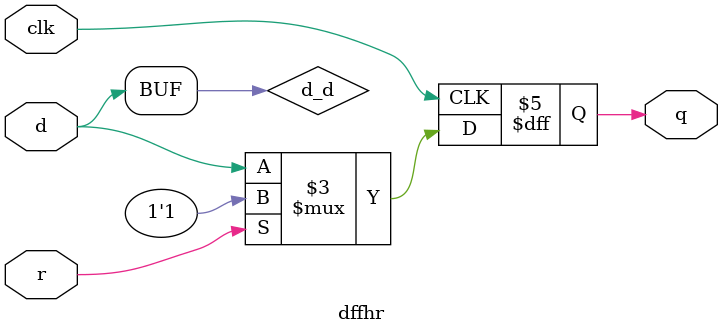
<source format=v>

module dffhr (d, r, clk, q);
  parameter WIDTH = 1;
  input 			r;
  input 			clk;
  input 	[WIDTH-1:0] 	d;
  output 	[WIDTH-1:0] 	q;
  reg 		[WIDTH-1:0] 	q;
   wire [WIDTH-1:0] 		d_d;
   assign #0 			d_d=d;
   
  always @ (posedge clk) 
    if ( r ) 
      q <= {WIDTH{1'b1}};
    else
      q <= d_d;

endmodule // dffhr



</source>
